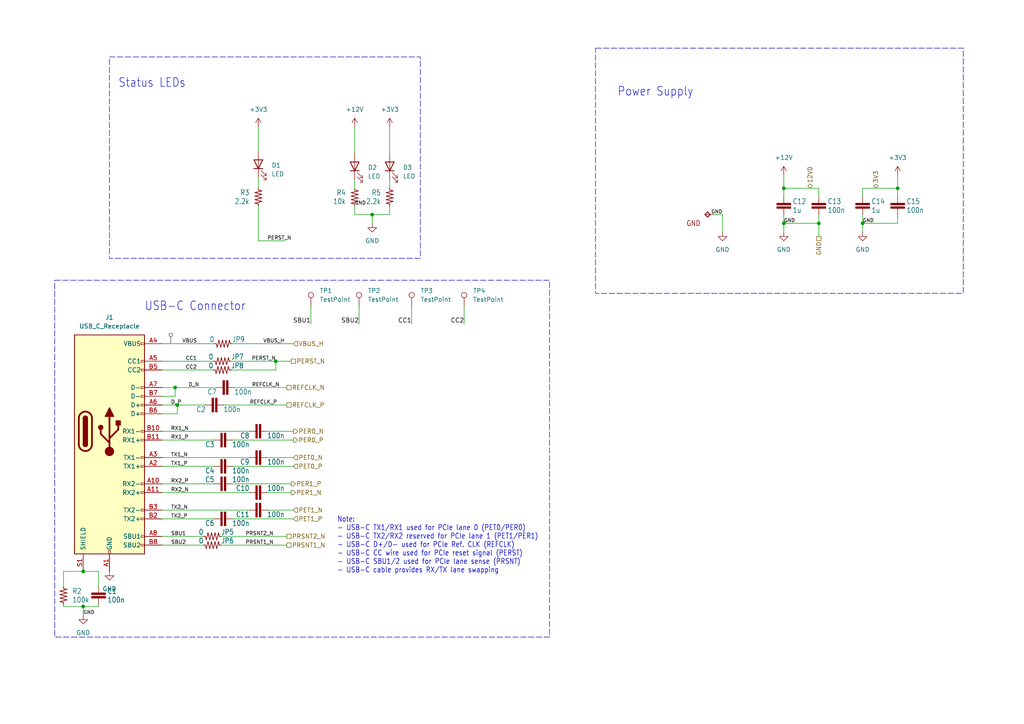
<source format=kicad_sch>
(kicad_sch (version 20230121) (generator eeschema)
  (paper "A4")
  (lib_symbols
    (symbol "Connector:TestPoint" (pin_numbers hide) (pin_names (offset 0.762) hide)
      (property "Reference" "TP" (at 0 6.858 0))
      (property "Value" "TestPoint" (at 0 5.08 0))
      (symbol "TestPoint_0_1"
        (circle (center 0 3.302) (radius 0.762))
      )
      (symbol "TestPoint_1_1"
        (pin passive line (at 0 0 90) (length 2.54) (name "1") (number "1"))
      )
    )
    (symbol "Connector:USB_C_Receptacle" (pin_names (offset 1.016))
      (property "Reference" "J" (at -10.16 29.21 0))
      (property "Value" "USB_C_Receptacle" (at 10.16 29.21 0))
      (symbol "USB_C_Receptacle_0_0"
        (rectangle (start -0.254 -35.56) (end 0.254 -34.544))
        (rectangle (start 10.16 -32.766) (end 9.144 -33.274))
        (rectangle (start 10.16 -30.226) (end 9.144 -30.734))
        (rectangle (start 10.16 -25.146) (end 9.144 -25.654))
        (rectangle (start 10.16 -22.606) (end 9.144 -23.114))
        (rectangle (start 10.16 -17.526) (end 9.144 -18.034))
        (rectangle (start 10.16 -14.986) (end 9.144 -15.494))
        (rectangle (start 10.16 -9.906) (end 9.144 -10.414))
        (rectangle (start 10.16 -7.366) (end 9.144 -7.874))
        (rectangle (start 10.16 -2.286) (end 9.144 -2.794))
        (rectangle (start 10.16 0.254) (end 9.144 -0.254))
        (rectangle (start 10.16 5.334) (end 9.144 4.826))
        (rectangle (start 10.16 7.874) (end 9.144 7.366))
        (rectangle (start 10.16 10.414) (end 9.144 9.906))
        (rectangle (start 10.16 12.954) (end 9.144 12.446))
        (rectangle (start 10.16 18.034) (end 9.144 17.526))
        (rectangle (start 10.16 20.574) (end 9.144 20.066))
        (rectangle (start 10.16 25.654) (end 9.144 25.146))
      )
      (symbol "USB_C_Receptacle_0_1"
        (rectangle (start -10.16 27.94) (end 10.16 -35.56) (stroke (width 0.254)) (fill (type background)))
        (arc (start -8.89 -3.81) (mid -6.985 -5.7067) (end -5.08 -3.81) (stroke (width 0.508)))
        (arc (start -7.62 -3.81) (mid -6.985 -4.4423) (end -6.35 -3.81) (stroke (width 0.254)))
        (arc (start -7.62 -3.81) (mid -6.985 -4.4423) (end -6.35 -3.81) (stroke (width 0.254)) (fill (type outline)))
        (rectangle (start -7.62 -3.81) (end -6.35 3.81) (stroke (width 0.254)) (fill (type outline)))
        (arc (start -6.35 3.81) (mid -6.985 4.4423) (end -7.62 3.81) (stroke (width 0.254)))
        (arc (start -6.35 3.81) (mid -6.985 4.4423) (end -7.62 3.81) (stroke (width 0.254)) (fill (type outline)))
        (arc (start -5.08 3.81) (mid -6.985 5.7067) (end -8.89 3.81) (stroke (width 0.508)))
        (polyline (pts (xy -8.89 -3.81) (xy -8.89 3.81)) (stroke (width 0.508)))
        (polyline (pts (xy -5.08 3.81) (xy -5.08 -3.81)) (stroke (width 0.508)))
      )
      (symbol "USB_C_Receptacle_1_1"
        (circle (center -2.54 1.143) (radius 0.635) (stroke (width 0.254)) (fill (type outline)))
        (circle (center 0 -5.842) (radius 1.27) (fill (type outline)))
        (polyline (pts (xy 0 -5.842) (xy 0 4.318)) (stroke (width 0.508)))
        (polyline (pts (xy 0 -3.302) (xy -2.54 -0.762) (xy -2.54 0.508)) (stroke (width 0.508)))
        (polyline (pts (xy 0 -2.032) (xy 2.54 0.508) (xy 2.54 1.778)) (stroke (width 0.508)))
        (polyline (pts (xy -1.27 4.318) (xy 0 6.858) (xy 1.27 4.318) (xy -1.27 4.318)) (stroke (width 0.254)) (fill (type outline)))
        (rectangle (start 1.905 1.778) (end 3.175 3.048) (stroke (width 0.254)) (fill (type outline)))
        (pin passive line (at 0 -40.64 90) (length 5.08) (name "GND") (number "A1"))
        (pin bidirectional line (at 15.24 -15.24 180) (length 5.08) (name "RX2-") (number "A10"))
        (pin bidirectional line (at 15.24 -17.78 180) (length 5.08) (name "RX2+") (number "A11"))
        (pin passive line (at 0 -40.64 90) (length 5.08) hide (name "GND") (number "A12"))
        (pin bidirectional line (at 15.24 -10.16 180) (length 5.08) (name "TX1+") (number "A2"))
        (pin bidirectional line (at 15.24 -7.62 180) (length 5.08) (name "TX1-") (number "A3"))
        (pin passive line (at 15.24 25.4 180) (length 5.08) (name "VBUS") (number "A4"))
        (pin bidirectional line (at 15.24 20.32 180) (length 5.08) (name "CC1") (number "A5"))
        (pin bidirectional line (at 15.24 7.62 180) (length 5.08) (name "D+") (number "A6"))
        (pin bidirectional line (at 15.24 12.7 180) (length 5.08) (name "D-") (number "A7"))
        (pin bidirectional line (at 15.24 -30.48 180) (length 5.08) (name "SBU1") (number "A8"))
        (pin passive line (at 15.24 25.4 180) (length 5.08) hide (name "VBUS") (number "A9"))
        (pin passive line (at 0 -40.64 90) (length 5.08) hide (name "GND") (number "B1"))
        (pin bidirectional line (at 15.24 0 180) (length 5.08) (name "RX1-") (number "B10"))
        (pin bidirectional line (at 15.24 -2.54 180) (length 5.08) (name "RX1+") (number "B11"))
        (pin passive line (at 0 -40.64 90) (length 5.08) hide (name "GND") (number "B12"))
        (pin bidirectional line (at 15.24 -25.4 180) (length 5.08) (name "TX2+") (number "B2"))
        (pin bidirectional line (at 15.24 -22.86 180) (length 5.08) (name "TX2-") (number "B3"))
        (pin passive line (at 15.24 25.4 180) (length 5.08) hide (name "VBUS") (number "B4"))
        (pin bidirectional line (at 15.24 17.78 180) (length 5.08) (name "CC2") (number "B5"))
        (pin bidirectional line (at 15.24 5.08 180) (length 5.08) (name "D+") (number "B6"))
        (pin bidirectional line (at 15.24 10.16 180) (length 5.08) (name "D-") (number "B7"))
        (pin bidirectional line (at 15.24 -33.02 180) (length 5.08) (name "SBU2") (number "B8"))
        (pin passive line (at 15.24 25.4 180) (length 5.08) hide (name "VBUS") (number "B9"))
        (pin passive line (at -7.62 -40.64 90) (length 5.08) (name "SHIELD") (number "S1"))
      )
    )
    (symbol "Device:LED" (pin_numbers hide) (pin_names (offset 1.016) hide)
      (property "Reference" "D" (at 0 2.54 0))
      (property "Value" "LED" (at 0 -2.54 0))
      (symbol "LED_0_1"
        (polyline (pts (xy -1.27 -1.27) (xy -1.27 1.27)) (stroke (width 0.254)))
        (polyline (pts (xy -1.27 0) (xy 1.27 0)))
        (polyline (pts (xy 1.27 -1.27) (xy 1.27 1.27) (xy -1.27 0) (xy 1.27 -1.27)) (stroke (width 0.254)))
        (polyline (pts (xy -3.048 -0.762) (xy -4.572 -2.286) (xy -3.81 -2.286) (xy -4.572 -2.286) (xy -4.572 -1.524)))
        (polyline (pts (xy -1.778 -0.762) (xy -3.302 -2.286) (xy -2.54 -2.286) (xy -3.302 -2.286) (xy -3.302 -1.524)))
      )
      (symbol "LED_1_1"
        (pin passive line (at -3.81 0 0) (length 2.54) (name "K") (number "1"))
        (pin passive line (at 3.81 0 180) (length 2.54) (name "A") (number "2"))
      )
    )
    (symbol "pcie2usbc-eagle-import:C-EUC0402"
      (property "Reference" "C" (at 2.54 1.27 0))
      (symbol "C-EUC0402_1_0"
        (rectangle (start -2.032 -0.762) (end 2.032 -0.254) (fill (type outline)))
        (rectangle (start -2.032 0.254) (end 2.032 0.762) (fill (type outline)))
        (polyline (pts (xy 0 -2.54) (xy 0 -0.762)) (stroke (width 0.1524)))
        (polyline (pts (xy 0 2.54) (xy 0 0.762)) (stroke (width 0.1524)))
        (pin passive line (at 0 2.54 270) (length 0) (name "1") (number "1"))
        (pin passive line (at 0 -2.54 90) (length 0) (name "2") (number "2"))
      )
    )
    (symbol "pcie2usbc-eagle-import:C-EUC0603K"
      (property "Reference" "C" (at 2.54 1.27 0))
      (symbol "C-EUC0603K_1_0"
        (rectangle (start -2.032 -0.762) (end 2.032 -0.254) (fill (type outline)))
        (rectangle (start -2.032 0.254) (end 2.032 0.762) (fill (type outline)))
        (polyline (pts (xy 0 -2.54) (xy 0 -0.762)) (stroke (width 0.1524)))
        (polyline (pts (xy 0 2.54) (xy 0 0.762)) (stroke (width 0.1524)))
        (pin passive line (at 0 2.54 270) (length 0) (name "1") (number "1"))
        (pin passive line (at 0 -2.54 90) (length 0) (name "2") (number "2"))
      )
    )
    (symbol "pcie2usbc-eagle-import:R-US_R0603"
      (property "Reference" "R" (at 2.54 1.27 0))
      (symbol "R-US_R0603_1_0"
        (polyline (pts (xy -1.016 -1.778) (xy 0 -2.032)) (stroke (width 0.2032)))
        (polyline (pts (xy -1.016 -0.762) (xy 1.016 -0.254)) (stroke (width 0.2032)))
        (polyline (pts (xy -1.016 0.254) (xy 1.016 0.762)) (stroke (width 0.2032)))
        (polyline (pts (xy -1.016 1.27) (xy 1.016 1.778)) (stroke (width 0.2032)))
        (polyline (pts (xy 0 -2.032) (xy 0 -2.54)) (stroke (width 0.2032)))
        (polyline (pts (xy 0 2.032) (xy 0 2.54)) (stroke (width 0.2032)))
        (polyline (pts (xy 1.016 -1.27) (xy -1.016 -1.778)) (stroke (width 0.2032)))
        (polyline (pts (xy 1.016 -1.27) (xy -1.016 -0.762)) (stroke (width 0.2032)))
        (polyline (pts (xy 1.016 -0.254) (xy -1.016 0.254)) (stroke (width 0.2032)))
        (polyline (pts (xy 1.016 0.762) (xy -1.016 1.27)) (stroke (width 0.2032)))
        (polyline (pts (xy 1.016 1.778) (xy 0 2.032)) (stroke (width 0.2032)))
        (pin passive line (at 0 -2.54 90) (length 0) (name "1") (number "1"))
        (pin passive line (at 0 2.54 270) (length 0) (name "2") (number "2"))
      )
    )
    (symbol "pcie2usbc-eagle-import:TPTP38X20"
      (property "Reference" "TP" (at -3.81 0 0))
      (symbol "TPTP38X20_1_0"
        (polyline (pts (xy -2.54 0) (xy -1.778 0.762)) (stroke (width 0.254)))
        (polyline (pts (xy -1.778 -0.762) (xy -2.54 0)) (stroke (width 0.254)))
        (polyline (pts (xy -1.778 0.762) (xy -1.016 0)) (stroke (width 0.254)))
        (polyline (pts (xy -1.016 0) (xy -1.778 -0.762)) (stroke (width 0.254)))
        (text "${TP_SIGNAL_NAME}" (at -3.81 -2.54 0) (effects (font (size 1.524 1.2954)) (justify right)))
        (pin bidirectional line (at 0 0 180) (length 2.54) (name "TP") (number "TP"))
      )
    )
    (symbol "power:+12V" (power) (pin_names (offset 0))
      (property "Value" "+12V" (at 0 3.556 0))
      (symbol "+12V_0_1"
        (polyline (pts (xy -0.762 1.27) (xy 0 2.54)))
        (polyline (pts (xy 0 0) (xy 0 2.54)))
        (polyline (pts (xy 0 2.54) (xy 0.762 1.27)))
      )
      (symbol "+12V_1_1"
        (pin power_in line (at 0 0 90) (length 0) hide (name "+12V") (number "1"))
      )
    )
    (symbol "power:+3V3" (power) (pin_names (offset 0))
      (property "Value" "+3V3" (at 0 3.556 0))
      (symbol "+3V3_0_1"
        (polyline (pts (xy -0.762 1.27) (xy 0 2.54)))
        (polyline (pts (xy 0 0) (xy 0 2.54)))
        (polyline (pts (xy 0 2.54) (xy 0.762 1.27)))
      )
      (symbol "+3V3_1_1"
        (pin power_in line (at 0 0 90) (length 0) hide (name "+3V3") (number "1"))
      )
    )
    (symbol "power:GND" (power) (pin_names (offset 0))
      (property "Value" "GND" (at 0 -3.81 0))
      (symbol "GND_0_1"
        (polyline (pts (xy 0 0) (xy 0 -1.27) (xy 1.27 -1.27) (xy 0 -2.54) (xy -1.27 -1.27) (xy 0 -1.27)))
      )
      (symbol "GND_1_1"
        (pin power_in line (at 0 0 270) (length 0) hide (name "GND") (number "1"))
      )
    )
  )
  (junction (at 51.435 117.475))
  (junction (at 24.13 175.895))
  (junction (at 80.01 104.775))
  (junction (at 24.13 165.735))
  (junction (at 237.49 64.77))
  (junction (at 227.33 64.77))
  (junction (at 250.19 64.77))
  (junction (at 50.8 112.395))
  (junction (at 107.95 62.23))
  (junction (at 260.35 54.61))
  (junction (at 227.33 54.61))
  (wire (pts (xy 24.13 175.895) (xy 18.415 175.895)) (stroke (width 0.1524)))
  (wire (pts (xy 113.03 52.07) (xy 113.03 54.61)) (stroke (width 0.1524)))
  (wire (pts (xy 260.35 54.61) (xy 260.35 57.15)) (stroke (width 0.1524)))
  (wire (pts (xy 102.87 62.23) (xy 107.95 62.23)) (stroke (width 0.1524)))
  (wire (pts (xy 51.435 117.475) (xy 59.69 117.475)) (stroke (width 0.1524)))
  (wire (pts (xy 28.575 165.735) (xy 24.13 165.735)) (stroke (width 0.1524)))
  (wire (pts (xy 227.33 54.61) (xy 237.49 54.61)) (stroke (width 0.1524)))
  (wire (pts (xy 64.77 117.475) (xy 83.185 117.475)) (stroke (width 0.1524)))
  (wire (pts (xy 77.47 132.715) (xy 85.09 132.715)) (stroke (width 0.1524)))
  (wire (pts (xy 67.0084 107.315) (xy 80.01 107.315)) (stroke (width 0.1524)))
  (wire (pts (xy 237.49 54.61) (xy 237.49 57.15)) (stroke (width 0.1524)))
  (wire (pts (xy 46.99 155.575) (xy 59.055 155.575)))
  (wire (pts (xy 46.99 112.395) (xy 50.8 112.395)) (stroke (width 0.1524)))
  (wire (pts (xy 51.435 120.015) (xy 51.435 117.475)))
  (wire (pts (xy 46.99 99.695) (xy 62.23 99.695)) (stroke (width 0.1524)))
  (wire (pts (xy 24.13 165.735) (xy 18.415 165.735)) (stroke (width 0.1524)))
  (wire (pts (xy 237.49 64.77) (xy 227.33 64.77)) (stroke (width 0.1524)))
  (wire (pts (xy 46.99 107.315) (xy 61.9284 107.315)) (stroke (width 0.1524)))
  (wire (pts (xy 227.33 64.77) (xy 227.33 67.31)) (stroke (width 0.1524)))
  (wire (pts (xy 46.99 127.635) (xy 62.23 127.635)) (stroke (width 0.1524)))
  (wire (pts (xy 46.99 104.775) (xy 61.9284 104.775)) (stroke (width 0.1524)))
  (wire (pts (xy 83.185 158.115) (xy 64.135 158.115)) (stroke (width 0.1524)))
  (wire (pts (xy 67.31 135.255) (xy 85.09 135.255)) (stroke (width 0.1524)))
  (wire (pts (xy 260.35 62.23) (xy 260.35 64.77)) (stroke (width 0.1524)))
  (wire (pts (xy 84.455 104.775) (xy 80.01 104.775)) (stroke (width 0.1524)))
  (wire (pts (xy 77.47 142.875) (xy 84.455 142.875)) (stroke (width 0.1524)))
  (wire (pts (xy 72.39 142.875) (xy 46.99 142.875)) (stroke (width 0.1524)))
  (wire (pts (xy 77.47 147.955) (xy 85.09 147.955)) (stroke (width 0.1524)))
  (wire (pts (xy 250.19 54.61) (xy 260.35 54.61)) (stroke (width 0.1524)))
  (wire (pts (xy 237.49 64.77) (xy 237.49 68.58)))
  (wire (pts (xy 80.01 104.775) (xy 67.0084 104.775)) (stroke (width 0.1524)))
  (wire (pts (xy 227.33 64.77) (xy 227.33 62.23)) (stroke (width 0.1524)))
  (wire (pts (xy 250.19 64.77) (xy 250.19 67.31)) (stroke (width 0.1524)))
  (wire (pts (xy 77.47 125.095) (xy 85.09 125.095)) (stroke (width 0.1524)))
  (wire (pts (xy 102.87 44.45) (xy 102.87 36.83)) (stroke (width 0.1524)))
  (wire (pts (xy 72.39 125.095) (xy 46.99 125.095)) (stroke (width 0.1524)))
  (wire (pts (xy 46.99 132.715) (xy 72.39 132.715)) (stroke (width 0.1524)))
  (wire (pts (xy 46.99 158.115) (xy 59.055 158.115)))
  (wire (pts (xy 28.575 175.895) (xy 28.575 175.26)) (stroke (width 0.1524)))
  (wire (pts (xy 237.49 62.23) (xy 237.49 64.77)) (stroke (width 0.1524)))
  (wire (pts (xy 50.8 112.395) (xy 62.865 112.395)) (stroke (width 0.1524)))
  (wire (pts (xy 24.13 175.895) (xy 28.575 175.895)) (stroke (width 0.1524)))
  (wire (pts (xy 74.93 69.85) (xy 74.93 59.69)) (stroke (width 0.1524)))
  (wire (pts (xy 46.99 135.255) (xy 62.23 135.255)) (stroke (width 0.1524)))
  (wire (pts (xy 90.17 88.9) (xy 90.17 93.98)))
  (wire (pts (xy 67.31 140.335) (xy 84.455 140.335)) (stroke (width 0.1524)))
  (wire (pts (xy 209.55 62.23) (xy 207.01 62.23)) (stroke (width 0.1524)))
  (wire (pts (xy 46.99 147.955) (xy 72.39 147.955)) (stroke (width 0.1524)))
  (wire (pts (xy 82.55 69.85) (xy 74.93 69.85)) (stroke (width 0.1524)))
  (wire (pts (xy 102.87 59.69) (xy 102.87 62.23)) (stroke (width 0.1524)))
  (wire (pts (xy 67.31 127.635) (xy 85.09 127.635)) (stroke (width 0.1524)))
  (wire (pts (xy 46.99 140.335) (xy 62.23 140.335)) (stroke (width 0.1524)))
  (wire (pts (xy 134.62 88.9) (xy 134.62 93.98)))
  (wire (pts (xy 104.14 88.9) (xy 104.14 93.98)))
  (wire (pts (xy 260.35 50.8) (xy 260.35 54.61)))
  (wire (pts (xy 46.99 114.935) (xy 50.8 114.935)))
  (wire (pts (xy 83.185 155.575) (xy 64.135 155.575)) (stroke (width 0.1524)))
  (wire (pts (xy 28.575 165.735) (xy 28.575 170.18)) (stroke (width 0.1524)))
  (wire (pts (xy 107.95 62.23) (xy 113.03 62.23)) (stroke (width 0.1524)))
  (wire (pts (xy 113.03 44.45) (xy 113.03 36.83)) (stroke (width 0.1524)))
  (wire (pts (xy 80.01 104.775) (xy 80.01 107.315)) (stroke (width 0.1524)))
  (wire (pts (xy 250.19 64.77) (xy 250.19 62.23)) (stroke (width 0.1524)))
  (wire (pts (xy 67.945 112.395) (xy 83.185 112.395)) (stroke (width 0.1524)))
  (wire (pts (xy 227.33 50.8) (xy 227.33 54.61)))
  (wire (pts (xy 46.99 117.475) (xy 51.435 117.475)) (stroke (width 0.1524)))
  (wire (pts (xy 119.38 88.9) (xy 119.38 93.98)))
  (wire (pts (xy 24.13 178.435) (xy 24.13 175.895)) (stroke (width 0.1524)))
  (wire (pts (xy 227.33 57.15) (xy 227.33 54.61)) (stroke (width 0.1524)))
  (wire (pts (xy 102.87 52.07) (xy 102.87 54.61)) (stroke (width 0.1524)))
  (wire (pts (xy 46.99 150.495) (xy 62.23 150.495)) (stroke (width 0.1524)))
  (wire (pts (xy 18.415 175.895) (xy 18.415 175.26)) (stroke (width 0.1524)))
  (wire (pts (xy 50.8 114.935) (xy 50.8 112.395)))
  (wire (pts (xy 260.35 64.77) (xy 250.19 64.77)) (stroke (width 0.1524)))
  (wire (pts (xy 67.31 99.695) (xy 85.09 99.695)) (stroke (width 0.1524)))
  (wire (pts (xy 46.99 120.015) (xy 51.435 120.015)))
  (wire (pts (xy 250.19 57.15) (xy 250.19 54.61)) (stroke (width 0.1524)))
  (wire (pts (xy 18.415 165.735) (xy 18.415 170.18)) (stroke (width 0.1524)))
  (wire (pts (xy 113.03 62.23) (xy 113.03 59.69)) (stroke (width 0.1524)))
  (wire (pts (xy 209.55 62.23) (xy 209.55 67.31)) (stroke (width 0.1524)))
  (wire (pts (xy 67.31 150.495) (xy 85.09 150.495)) (stroke (width 0.1524)))
  (wire (pts (xy 74.93 36.83) (xy 74.93 43.815)) (stroke (width 0.1524)))
  (wire (pts (xy 107.95 64.77) (xy 107.95 62.23)) (stroke (width 0.1524)))
  (wire (pts (xy 74.93 51.435) (xy 74.93 54.61)) (stroke (width 0.1524)))
  (rectangle (start 172.72 13.97) (end 279.4 85.09) (stroke (width 0) (type dash)))
  (rectangle (start 15.875 81.28) (end 159.385 184.785) (stroke (width 0) (type dash)))
  (rectangle (start 31.75 16.51) (end 121.92 74.93) (stroke (width 0) (type dash)))
  (text "USB-C Connector" (at 41.91 88.9 0) (effects (font (size 2.54 2.159)) (justify left)))
  (text "Note:\n- USB-C TX1/RX1 used for PCIe lane 0 (PET0/PER0)\n- USB-C TX2/RX2 reserved for PCIe lane 1 (PET1/PER1)\n- USB-C D+/D- used for PCIe Ref. CLK (REFCLK)\n- USB-C CC wire used for PCIe reset signal (PERST)\n- USB-C SBU1/2 used for PCIe lane sense (PRSNT)\n- USB-C cable provides RX/TX lane swapping" (at 97.79 149.86 0) (effects (font (size 1.524 1.2954)) (justify left top)))
  (text "Status LEDs" (at 34.29 24.13 0) (effects (font (size 2.54 2.159)) (justify left)))
  (text "Power Supply" (at 179.07 26.67 0) (effects (font (size 2.54 2.159)) (justify left)))
  (label "SBU1" (at 53.975 155.575 180) (effects (font (size 1.0668 1.0668))))
  (label "CC2" (at 134.62 93.98 180))
  (label "CC1" (at 57.15 104.775 180) (effects (font (size 1.0668 1.0668))))
  (label "SBU2" (at 53.975 158.115 180) (effects (font (size 1.0668 1.0668))))
  (label "RX1_P" (at 49.53 127.635 0) (effects (font (size 1.0668 1.0668))))
  (label "SBU2" (at 104.14 93.98 180))
  (label "GND" (at 250.19 64.77 0) (effects (font (size 1.016 1.016))))
  (label "CC2" (at 57.15 107.315 180) (effects (font (size 1.0668 1.0668))))
  (label "RX1_N" (at 49.53 125.095 0) (effects (font (size 1.0668 1.0668))))
  (label "TX2_P" (at 49.53 150.495 0) (effects (font (size 1.0668 1.0668))))
  (label "D_P" (at 49.53 117.475 0) (effects (font (size 1.0668 1.0668))))
  (label "VBUS" (at 57.15 99.695 180) (effects (font (size 1.0668 1.0668))))
  (label "REFCLK_N" (at 73.025 112.395 0) (effects (font (size 1.0668 1.0668))))
  (label "PRSNT1_N" (at 79.375 158.115 180) (effects (font (size 1.0668 1.0668))))
  (label "GND" (at 227.33 64.77 0) (effects (font (size 1.016 1.016))))
  (label "PERST_N" (at 80.01 104.775 180) (effects (font (size 1.0668 1.0668))))
  (label "TX1_P" (at 49.53 135.255 0) (effects (font (size 1.0668 1.0668))))
  (label "D_N" (at 54.61 112.395 0) (effects (font (size 1.0668 1.0668))))
  (label "GND" (at 102.87 59.69 0) (effects (font (size 1.016 1.016))))
  (label "VBUS_H" (at 82.55 99.695 180) (effects (font (size 1.0668 1.0668))))
  (label "RX2_P" (at 49.53 140.335 0) (effects (font (size 1.0668 1.0668))))
  (label "PRSNT2_N" (at 79.375 155.575 180) (effects (font (size 1.0668 1.0668))))
  (label "REFCLK_P" (at 72.39 117.475 0) (effects (font (size 1.0668 1.0668))))
  (label "TX2_N" (at 49.53 147.955 0) (effects (font (size 1.0668 1.0668))))
  (label "RX2_N" (at 49.53 142.875 0) (effects (font (size 1.0668 1.0668))))
  (label "CC1" (at 119.38 93.98 180))
  (label "TX1_N" (at 49.53 132.715 0) (effects (font (size 1.0668 1.0668))))
  (label "SBU1" (at 90.17 93.98 180))
  (label "PERST_N" (at 77.47 69.85 0) (effects (font (size 1.0668 1.0668))))
  (label "GND" (at 24.13 178.435 0) (effects (font (size 1.016 1.016))))
  (label "GND" (at 209.55 62.23 180) (effects (font (size 1.016 1.016))))
  (hierarchical_label "PET0_P" (shape input) (at 85.09 135.255 0))
  (hierarchical_label "PRSNT2_N" (shape passive) (at 83.185 155.575 0))
  (hierarchical_label "REFCLK_N" (shape passive) (at 83.185 112.395 0))
  (hierarchical_label "REFCLK_P" (shape passive) (at 83.185 117.475 0))
  (hierarchical_label "PER0_P" (shape output) (at 85.09 127.635 0))
  (hierarchical_label "PET1_N" (shape input) (at 85.09 147.955 0))
  (hierarchical_label "PET0_N" (shape input) (at 85.09 132.715 0))
  (hierarchical_label "VBUS_H" (shape input) (at 85.09 99.695 0))
  (hierarchical_label "PRSNT1_N" (shape passive) (at 83.185 158.115 0))
  (hierarchical_label "PER1_N" (shape output) (at 84.455 142.875 0))
  (hierarchical_label "PER1_P" (shape output) (at 84.455 140.335 0))
  (hierarchical_label "GND" (shape passive) (at 237.49 68.58 270))
  (hierarchical_label "PERST_N" (shape passive) (at 84.455 104.775 0))
  (hierarchical_label "3V3" (shape bidirectional) (at 254 54.61 90))
  (hierarchical_label "PER0_N" (shape output) (at 85.09 125.095 0))
  (hierarchical_label "12V0" (shape bidirectional) (at 234.95 54.61 90))
  (hierarchical_label "PET1_P" (shape input) (at 85.09 150.495 0))
  (netclass_flag "" (length 2.54) (shape round) (at 49.53 99.695 0))
  (symbol (lib_id "Connector:TestPoint") (at 104.14 88.9 0) (unit 1)
    (property "Reference" "TP2" (at 106.68 84.328 0) (effects (justify left)))
    (property "Value" "TestPoint" (at 106.68 86.868 0) (effects (justify left)))
    (property "Footprint" "TestPoint:TestPoint_Pad_1.0x1.0mm" (effects hide))
    (instances (project "m-pcie2usbc" (path "" (reference "TP2") (unit 1)) (path "" (reference "TP7") (unit 1))) (project "pcie2usbc" (path "" (reference "TP16") (unit 1)) (path "" (reference "TP11") (unit 1))))
  )
  (symbol (lib_id "pcie2usbc-eagle-import:C-EUC0402") (at 74.93 125.095 90) (mirror x) (unit 1)
    (property "Reference" "C8" (at 72.39 126.365 90) (effects (font (size 1.524 1.2954)) (justify left)))
    (property "Value" "100n" (at 77.47 126.365 90) (effects (font (size 1.524 1.2954)) (justify right)))
    (property "Footprint" "Capacitor_SMD:C_0402_1005Metric_Pad0.74x0.62mm_HandSolder" (effects hide))
    (instances (project "m-pcie2usbc" (path "" (reference "C8") (unit 1)) (path "" (reference "C23") (unit 1))) (project "pcie2usbc" (path "" (reference "C2") (unit 1)) (path "" (reference "C7") (unit 1)) (path "" (reference "C22") (unit 1))))
  )
  (symbol (lib_id "pcie2usbc-eagle-import:R-US_R0603") (at 64.4684 107.315 270) (mirror x) (unit 1)
    (property "Reference" "JP8" (at 67.0084 106.045 90) (effects (font (size 1.524 1.2954)) (justify left)))
    (property "Value" "0" (at 61.9284 106.045 90) (effects (font (size 1.524 1.2954)) (justify right)))
    (property "Footprint" "Resistor_SMD:R_0402_1005Metric_Pad0.72x0.64mm_HandSolder" (effects hide))
    (instances (project "m-pcie2usbc" (path "" (reference "JP8") (unit 1)) (path "" (reference "JP13") (unit 1))) (project "pcie2usbc" (path "" (reference "R4") (unit 1)) (path "" (reference "R10") (unit 1)) (path "" (reference "R19") (unit 1))))
  )
  (symbol (lib_id "Device:LED") (at 74.93 47.625 90) (unit 1)
    (property "Reference" "D1" (at 78.74 47.9425 90) (effects (justify right)))
    (property "Value" "LED" (at 78.74 50.4825 90) (effects (justify right)))
    (property "Footprint" "LED_SMD:LED_0805_2012Metric_Pad1.15x1.40mm_HandSolder" (effects hide))
    (instances (project "m-pcie2usbc" (path "" (reference "D1") (unit 1)) (path "" (reference "D4") (unit 1))))
  )
  (symbol (lib_id "Connector:TestPoint") (at 90.17 88.9 0) (unit 1)
    (property "Reference" "TP1" (at 92.71 84.328 0) (effects (justify left)))
    (property "Value" "TestPoint" (at 92.71 86.868 0) (effects (justify left)))
    (property "Footprint" "TestPoint:TestPoint_Pad_1.0x1.0mm" (effects hide))
    (instances (project "m-pcie2usbc" (path "" (reference "TP1") (unit 1)) (path "" (reference "TP6") (unit 1))) (project "pcie2usbc" (path "" (reference "TP15") (unit 1)) (path "" (reference "TP10") (unit 1))))
  )
  (symbol (lib_id "power:+12V") (at 102.87 36.83 0) (unit 1)
    (property "Reference" "#PWR014" (effects hide))
    (property "Value" "+12V" (at 102.87 31.75 0))
    (instances (project "m-pcie2usbc" (path "" (reference "#PWR014") (unit 1)) (path "" (reference "#PWR025") (unit 1))) (project "pcie2usbc" (path "" (reference "#PWR012") (unit 1)) (path "" (reference "#PWR023") (unit 1))))
  )
  (symbol (lib_id "pcie2usbc-eagle-import:C-EUC0402") (at 74.93 147.955 90) (mirror x) (unit 1)
    (property "Reference" "C11" (at 72.39 149.225 90) (effects (font (size 1.524 1.2954)) (justify left)))
    (property "Value" "100n" (at 77.47 149.225 90) (effects (font (size 1.524 1.2954)) (justify right)))
    (property "Footprint" "Capacitor_SMD:C_0402_1005Metric_Pad0.74x0.62mm_HandSolder" (effects hide))
    (instances (project "m-pcie2usbc" (path "" (reference "C11") (unit 1)) (path "" (reference "C26") (unit 1))) (project "pcie2usbc" (path "" (reference "C8") (unit 1)) (path "" (reference "C10") (unit 1)) (path "" (reference "C25") (unit 1))))
  )
  (symbol (lib_id "Device:LED") (at 113.03 48.26 90) (unit 1)
    (property "Reference" "D3" (at 116.84 48.5775 90) (effects (justify right)))
    (property "Value" "LED" (at 116.84 51.1175 90) (effects (justify right)))
    (property "Footprint" "LED_SMD:LED_0805_2012Metric_Pad1.15x1.40mm_HandSolder" (effects hide))
    (instances (project "m-pcie2usbc" (path "" (reference "D3") (unit 1)) (path "" (reference "D6") (unit 1))))
  )
  (symbol (lib_id "pcie2usbc-eagle-import:C-EUC0402") (at 65.405 112.395 90) (mirror x) (unit 1)
    (property "Reference" "C7" (at 62.865 113.665 90) (effects (font (size 1.524 1.2954)) (justify left)))
    (property "Value" "100n" (at 67.945 113.665 90) (effects (font (size 1.524 1.2954)) (justify right)))
    (property "Footprint" "Capacitor_SMD:C_0402_1005Metric_Pad0.74x0.62mm_HandSolder" (effects hide))
    (instances (project "m-pcie2usbc" (path "" (reference "C7") (unit 1)) (path "" (reference "C22") (unit 1))) (project "pcie2usbc" (path "" (reference "C17") (unit 1)) (path "" (reference "C11") (unit 1)) (path "" (reference "C26") (unit 1))))
  )
  (symbol (lib_id "pcie2usbc-eagle-import:C-EUC0402") (at 74.93 142.875 90) (unit 1)
    (property "Reference" "C10" (at 72.39 141.605 90) (effects (font (size 1.524 1.2954)) (justify left)))
    (property "Value" "100n" (at 77.47 141.605 90) (effects (font (size 1.524 1.2954)) (justify right)))
    (property "Footprint" "Capacitor_SMD:C_0402_1005Metric_Pad0.74x0.62mm_HandSolder" (effects hide))
    (instances (project "m-pcie2usbc" (path "" (reference "C10") (unit 1)) (path "" (reference "C25") (unit 1))) (project "pcie2usbc" (path "" (reference "C4") (unit 1)) (path "" (reference "C8") (unit 1)) (path "" (reference "C23") (unit 1))))
  )
  (symbol (lib_id "pcie2usbc-eagle-import:C-EUC0402") (at 64.77 150.495 90) (mirror x) (unit 1)
    (property "Reference" "C6" (at 62.23 151.765 90) (effects (font (size 1.524 1.2954)) (justify left)))
    (property "Value" "100n" (at 67.31 151.765 90) (effects (font (size 1.524 1.2954)) (justify right)))
    (property "Footprint" "Capacitor_SMD:C_0402_1005Metric_Pad0.74x0.62mm_HandSolder" (effects hide))
    (instances (project "m-pcie2usbc" (path "" (reference "C6") (unit 1)) (path "" (reference "C21") (unit 1))) (project "pcie2usbc" (path "" (reference "C7") (unit 1)) (path "" (reference "C5") (unit 1)) (path "" (reference "C20") (unit 1))))
  )
  (symbol (lib_id "pcie2usbc-eagle-import:R-US_R0603") (at 64.4684 104.775 90) (mirror x) (unit 1)
    (property "Reference" "JP7" (at 67.0084 103.505 90) (effects (font (size 1.524 1.2954)) (justify right)))
    (property "Value" "0" (at 61.9284 103.505 90) (effects (font (size 1.524 1.2954)) (justify left)))
    (property "Footprint" "Resistor_SMD:R_0402_1005Metric_Pad0.72x0.64mm_HandSolder" (effects hide))
    (instances (project "m-pcie2usbc" (path "" (reference "JP7") (unit 1)) (path "" (reference "JP12") (unit 1))) (project "pcie2usbc" (path "" (reference "R3") (unit 1)) (path "" (reference "R9") (unit 1)) (path "" (reference "R18") (unit 1))))
  )
  (symbol (lib_id "power:+3V3") (at 260.35 50.8 0) (unit 1)
    (property "Reference" "#PWR021" (effects hide))
    (property "Value" "+3V3" (at 260.35 45.72 0))
    (instances (project "m-pcie2usbc" (path "" (reference "#PWR021") (unit 1)) (path "" (reference "#PWR032") (unit 1))) (project "pcie2usbc" (path "" (reference "#PWR020") (unit 1)) (path "" (reference "#PWR031") (unit 1))))
  )
  (symbol (lib_id "power:GND") (at 107.95 64.77 0) (unit 1)
    (property "Reference" "#PWR015" (effects hide))
    (property "Value" "GND" (at 107.95 69.85 0))
    (instances (project "m-pcie2usbc" (path "" (reference "#PWR015") (unit 1)) (path "" (reference "#PWR026") (unit 1))) (project "pcie2usbc" (path "" (reference "#PWR06") (unit 1)) (path "" (reference "#PWR013") (unit 1)) (path "" (reference "#PWR024") (unit 1))))
  )
  (symbol (lib_id "pcie2usbc-eagle-import:C-EUC0402") (at 64.77 135.255 90) (mirror x) (unit 1)
    (property "Reference" "C4" (at 62.23 136.525 90) (effects (font (size 1.524 1.2954)) (justify left)))
    (property "Value" "100n" (at 67.31 136.525 90) (effects (font (size 1.524 1.2954)) (justify right)))
    (property "Footprint" "Capacitor_SMD:C_0402_1005Metric_Pad0.74x0.62mm_HandSolder" (effects hide))
    (instances (project "m-pcie2usbc" (path "" (reference "C4") (unit 1)) (path "" (reference "C19") (unit 1))) (project "pcie2usbc" (path "" (reference "C5") (unit 1)) (path "" (reference "C4") (unit 1)) (path "" (reference "C19") (unit 1))))
  )
  (symbol (lib_id "pcie2usbc-eagle-import:R-US_R0603") (at 61.595 155.575 90) (mirror x) (unit 1)
    (property "Reference" "JP5" (at 64.135 154.305 90) (effects (font (size 1.524 1.2954)) (justify right)))
    (property "Value" "0" (at 59.055 154.305 90) (effects (font (size 1.524 1.2954)) (justify left)))
    (property "Footprint" "Resistor_SMD:R_0402_1005Metric_Pad0.72x0.64mm_HandSolder" (effects hide))
    (instances (project "m-pcie2usbc" (path "" (reference "JP5") (unit 1)) (path "" (reference "JP10") (unit 1))) (project "pcie2usbc" (path "" (reference "R5") (unit 1)) (path "" (reference "R7") (unit 1)) (path "" (reference "R16") (unit 1))))
  )
  (symbol (lib_id "power:+3V3") (at 113.03 36.83 0) (unit 1)
    (property "Reference" "#PWR016" (effects hide))
    (property "Value" "+3V3" (at 113.03 31.75 0))
    (instances (project "m-pcie2usbc" (path "" (reference "#PWR016") (unit 1)) (path "" (reference "#PWR027") (unit 1))) (project "pcie2usbc" (path "" (reference "#PWR014") (unit 1)) (path "" (reference "#PWR025") (unit 1))))
  )
  (symbol (lib_id "power:GND") (at 24.13 178.435 0) (unit 1)
    (property "Reference" "#PWR011" (effects hide))
    (property "Value" "GND" (at 24.13 183.515 0))
    (instances (project "m-pcie2usbc" (path "" (reference "#PWR011") (unit 1)) (path "" (reference "#PWR022") (unit 1))) (project "pcie2usbc" (path "" (reference "#PWR015") (unit 1)) (path "" (reference "#PWR026") (unit 1))))
  )
  (symbol (lib_id "pcie2usbc-eagle-import:R-US_R0603") (at 113.03 57.15 0) (unit 1)
    (property "Reference" "R5" (at 110.49 55.88 0) (effects (font (size 1.524 1.2954)) (justify right)))
    (property "Value" "2.2k" (at 110.49 58.42 0) (effects (font (size 1.524 1.2954)) (justify right)))
    (property "Footprint" "Resistor_SMD:R_0402_1005Metric_Pad0.72x0.64mm_HandSolder" (effects hide))
    (instances (project "m-pcie2usbc" (path "" (reference "R5") (unit 1)) (path "" (reference "R9") (unit 1))) (project "pcie2usbc" (path "" (reference "R7") (unit 1)) (path "" (reference "R5") (unit 1)) (path "" (reference "R14") (unit 1))))
  )
  (symbol (lib_id "pcie2usbc-eagle-import:C-EUC0402") (at 74.93 132.715 90) (mirror x) (unit 1)
    (property "Reference" "C9" (at 72.39 133.985 90) (effects (font (size 1.524 1.2954)) (justify left)))
    (property "Value" "100n" (at 77.47 133.985 90) (effects (font (size 1.524 1.2954)) (justify right)))
    (property "Footprint" "Capacitor_SMD:C_0402_1005Metric_Pad0.74x0.62mm_HandSolder" (effects hide))
    (instances (project "m-pcie2usbc" (path "" (reference "C9") (unit 1)) (path "" (reference "C24") (unit 1))) (project "pcie2usbc" (path "" (reference "C6") (unit 1)) (path "" (reference "C9") (unit 1)) (path "" (reference "C24") (unit 1))))
  )
  (symbol (lib_id "Device:LED") (at 102.87 48.26 90) (unit 1)
    (property "Reference" "D2" (at 106.68 48.5775 90) (effects (justify right)))
    (property "Value" "LED" (at 106.68 51.1175 90) (effects (justify right)))
    (property "Footprint" "LED_SMD:LED_0805_2012Metric_Pad1.15x1.40mm_HandSolder" (effects hide))
    (instances (project "m-pcie2usbc" (path "" (reference "D2") (unit 1)) (path "" (reference "D5") (unit 1))))
  )
  (symbol (lib_id "pcie2usbc-eagle-import:R-US_R0603") (at 64.77 99.695 90) (mirror x) (unit 1)
    (property "Reference" "JP9" (at 67.31 98.425 90) (effects (font (size 1.524 1.2954)) (justify right)))
    (property "Value" "0" (at 62.23 98.425 90) (effects (font (size 1.524 1.2954)) (justify left)))
    (property "Footprint" "Resistor_SMD:R_0402_1005Metric_Pad0.72x0.64mm_HandSolder" (effects hide))
    (instances (project "m-pcie2usbc" (path "" (reference "JP9") (unit 1)) (path "" (reference "JP14") (unit 1))) (project "pcie2usbc" (path "" (reference "R10") (unit 1)) (path "" (reference "R6") (unit 1)) (path "" (reference "R15") (unit 1))))
  )
  (symbol (lib_id "pcie2usbc-eagle-import:C-EUC0603K") (at 237.49 59.69 0) (unit 1)
    (property "Reference" "C13" (at 240.03 58.42 0) (effects (font (size 1.524 1.2954)) (justify left)))
    (property "Value" "100n" (at 240.03 60.96 0) (effects (font (size 1.524 1.2954)) (justify left)))
    (property "Footprint" "Capacitor_SMD:C_0603_1608Metric_Pad1.08x0.95mm_HandSolder" (effects hide))
    (property "DESCRIPTION" "CAP CER 0.1UF 25V X7R 0603" (effects hide))
    (property "MFG" "Yageo" (effects hide))
    (property "MPN" "CC0603KRX7R8BB104" (effects hide))
    (property "PN-DK" "311-1341-1-ND" (effects hide))
    (instances (project "m-pcie2usbc" (path "" (reference "C13") (unit 1)) (path "" (reference "C28") (unit 1))) (project "pcie2usbc" (path "" (reference "C11") (unit 1)) (path "" (reference "C13") (unit 1)) (path "" (reference "C28") (unit 1))))
  )
  (symbol (lib_id "power:GND") (at 31.75 165.735 0) (unit 1)
    (property "Reference" "#PWR012" (effects hide))
    (property "Value" "GND" (at 31.75 170.815 0))
    (instances (project "m-pcie2usbc" (path "" (reference "#PWR012") (unit 1)) (path "" (reference "#PWR023") (unit 1))) (project "pcie2usbc" (path "" (reference "#PWR011") (unit 1)) (path "" (reference "#PWR022") (unit 1))))
  )
  (symbol (lib_id "pcie2usbc-eagle-import:C-EUC0603K") (at 250.19 59.69 0) (unit 1)
    (property "Reference" "C14" (at 252.73 58.42 0) (effects (font (size 1.524 1.2954)) (justify left)))
    (property "Value" "1u" (at 252.73 60.96 0) (effects (font (size 1.524 1.2954)) (justify left)))
    (property "Footprint" "Capacitor_SMD:C_0603_1608Metric_Pad1.08x0.95mm_HandSolder" (effects hide))
    (property "DESCRIPTION" "CAP CER 0.1UF 25V X7R 0603" (effects hide))
    (property "MFG" "Yageo" (effects hide))
    (property "MPN" "CC0603KRX7R8BB104" (effects hide))
    (property "PN-DK" "311-1341-1-ND" (effects hide))
    (instances (project "m-pcie2usbc" (path "" (reference "C14") (unit 1)) (path "" (reference "C29") (unit 1))) (project "pcie2usbc" (path "" (reference "C12") (unit 1)) (path "" (reference "C14") (unit 1)) (path "" (reference "C29") (unit 1))))
  )
  (symbol (lib_id "pcie2usbc-eagle-import:TPTP38X20") (at 207.01 62.23 0) (unit 1)
    (property "Reference" "TP5" (effects hide))
    (property "Value" "TPTP38X20" (effects hide))
    (property "Footprint" "TestPoint:TestPoint_Pad_D1.5mm" (effects hide))
    (property "TP_SIGNAL_NAME" "GND" (effects hide))
    (instances (project "m-pcie2usbc" (path "" (reference "TP5") (unit 1)) (path "" (reference "TP10") (unit 1))) (project "pcie2usbc" (path "" (reference "TP13") (unit 1)) (path "" (reference "TP14") (unit 1)) (path "" (reference "TP19") (unit 1))))
  )
  (symbol (lib_id "power:GND") (at 209.55 67.31 0) (unit 1)
    (property "Reference" "#PWR017" (effects hide))
    (property "Value" "GND" (at 209.55 72.39 0))
    (instances (project "m-pcie2usbc" (path "" (reference "#PWR017") (unit 1)) (path "" (reference "#PWR028") (unit 1))) (project "pcie2usbc" (path "" (reference "#PWR03") (unit 1)) (path "" (reference "#PWR016") (unit 1)) (path "" (reference "#PWR027") (unit 1))))
  )
  (symbol (lib_id "pcie2usbc-eagle-import:C-EUC0603K") (at 260.35 59.69 0) (unit 1)
    (property "Reference" "C15" (at 262.89 58.42 0) (effects (font (size 1.524 1.2954)) (justify left)))
    (property "Value" "100n" (at 262.89 60.96 0) (effects (font (size 1.524 1.2954)) (justify left)))
    (property "Footprint" "Capacitor_SMD:C_0603_1608Metric_Pad1.08x0.95mm_HandSolder" (effects hide))
    (property "DESCRIPTION" "CAP CER 0.1UF 25V X7R 0603" (effects hide))
    (property "MFG" "Yageo" (effects hide))
    (property "MPN" "CC0603KRX7R8BB104" (effects hide))
    (property "PN-DK" "311-1341-1-ND" (effects hide))
    (instances (project "m-pcie2usbc" (path "" (reference "C15") (unit 1)) (path "" (reference "C30") (unit 1))) (project "pcie2usbc" (path "" (reference "C13") (unit 1)) (path "" (reference "C15") (unit 1)) (path "" (reference "C30") (unit 1))))
  )
  (symbol (lib_id "pcie2usbc-eagle-import:C-EUC0402") (at 62.23 117.475 90) (mirror x) (unit 1)
    (property "Reference" "C2" (at 59.69 118.745 90) (effects (font (size 1.524 1.2954)) (justify left)))
    (property "Value" "100n" (at 64.77 118.745 90) (effects (font (size 1.524 1.2954)) (justify right)))
    (property "Footprint" "Capacitor_SMD:C_0402_1005Metric_Pad0.74x0.62mm_HandSolder" (effects hide))
    (instances (project "m-pcie2usbc" (path "" (reference "C2") (unit 1)) (path "" (reference "C17") (unit 1))) (project "pcie2usbc" (path "" (reference "C16") (unit 1)) (path "" (reference "C6") (unit 1)) (path "" (reference "C21") (unit 1))))
  )
  (symbol (lib_id "power:GND") (at 250.19 67.31 0) (unit 1)
    (property "Reference" "#PWR020" (effects hide))
    (property "Value" "GND" (at 250.19 72.39 0))
    (instances (project "m-pcie2usbc" (path "" (reference "#PWR020") (unit 1)) (path "" (reference "#PWR031") (unit 1))) (project "pcie2usbc" (path "" (reference "#PWR05") (unit 1)) (path "" (reference "#PWR019") (unit 1)) (path "" (reference "#PWR030") (unit 1))))
  )
  (symbol (lib_id "pcie2usbc-eagle-import:C-EUC0402") (at 64.77 127.635 90) (mirror x) (unit 1)
    (property "Reference" "C3" (at 62.23 128.905 90) (effects (font (size 1.524 1.2954)) (justify left)))
    (property "Value" "100n" (at 67.31 128.905 90) (effects (font (size 1.524 1.2954)) (justify right)))
    (property "Footprint" "Capacitor_SMD:C_0402_1005Metric_Pad0.74x0.62mm_HandSolder" (effects hide))
    (instances (project "m-pcie2usbc" (path "" (reference "C3") (unit 1)) (path "" (reference "C18") (unit 1))) (project "pcie2usbc" (path "" (reference "C1") (unit 1)) (path "" (reference "C2") (unit 1)) (path "" (reference "C17") (unit 1))))
  )
  (symbol (lib_id "power:+3V3") (at 74.93 36.83 0) (unit 1)
    (property "Reference" "#PWR013" (effects hide))
    (property "Value" "+3V3" (at 74.93 31.75 0))
    (instances (project "m-pcie2usbc" (path "" (reference "#PWR013") (unit 1)) (path "" (reference "#PWR024") (unit 1))) (project "pcie2usbc" (path "" (reference "#PWR010") (unit 1)) (path "" (reference "#PWR021") (unit 1))))
  )
  (symbol (lib_id "pcie2usbc-eagle-import:R-US_R0603") (at 102.87 57.15 0) (unit 1)
    (property "Reference" "R4" (at 100.33 55.88 0) (effects (font (size 1.524 1.2954)) (justify right)))
    (property "Value" "10k" (at 100.33 58.42 0) (effects (font (size 1.524 1.2954)) (justify right)))
    (property "Footprint" "Resistor_SMD:R_0402_1005Metric_Pad0.72x0.64mm_HandSolder" (effects hide))
    (instances (project "m-pcie2usbc" (path "" (reference "R4") (unit 1)) (path "" (reference "R8") (unit 1))) (project "pcie2usbc" (path "" (reference "R8") (unit 1)) (path "" (reference "R4") (unit 1)) (path "" (reference "R13") (unit 1))))
  )
  (symbol (lib_id "Connector:TestPoint") (at 134.62 88.9 0) (unit 1)
    (property "Reference" "TP4" (at 137.16 84.328 0) (effects (justify left)))
    (property "Value" "TestPoint" (at 137.16 86.868 0) (effects (justify left)))
    (property "Footprint" "TestPoint:TestPoint_Pad_1.0x1.0mm" (effects hide))
    (instances (project "m-pcie2usbc" (path "" (reference "TP4") (unit 1)) (path "" (reference "TP9") (unit 1))) (project "pcie2usbc" (path "" (reference "TP18") (unit 1)) (path "" (reference "TP13") (unit 1))))
  )
  (symbol (lib_id "power:+12V") (at 227.33 50.8 0) (unit 1)
    (property "Reference" "#PWR018" (effects hide))
    (property "Value" "+12V" (at 227.33 45.72 0))
    (instances (project "m-pcie2usbc" (path "" (reference "#PWR018") (unit 1)) (path "" (reference "#PWR029") (unit 1))) (project "pcie2usbc" (path "" (reference "#PWR017") (unit 1)) (path "" (reference "#PWR028") (unit 1))))
  )
  (symbol (lib_id "pcie2usbc-eagle-import:C-EUC0402") (at 64.77 140.335 90) (unit 1)
    (property "Reference" "C5" (at 62.23 139.065 90) (effects (font (size 1.524 1.2954)) (justify left)))
    (property "Value" "100n" (at 67.31 139.065 90) (effects (font (size 1.524 1.2954)) (justify right)))
    (property "Footprint" "Capacitor_SMD:C_0402_1005Metric_Pad0.74x0.62mm_HandSolder" (effects hide))
    (instances (project "m-pcie2usbc" (path "" (reference "C5") (unit 1)) (path "" (reference "C20") (unit 1))) (project "pcie2usbc" (path "" (reference "C3") (unit 1)) (path "" (reference "C3") (unit 1)) (path "" (reference "C18") (unit 1))))
  )
  (symbol (lib_id "Connector:TestPoint") (at 119.38 88.9 0) (unit 1)
    (property "Reference" "TP3" (at 121.92 84.328 0) (effects (justify left)))
    (property "Value" "TestPoint" (at 121.92 86.868 0) (effects (justify left)))
    (property "Footprint" "TestPoint:TestPoint_Pad_1.0x1.0mm" (effects hide))
    (instances (project "m-pcie2usbc" (path "" (reference "TP3") (unit 1)) (path "" (reference "TP8") (unit 1))) (project "pcie2usbc" (path "" (reference "TP17") (unit 1)) (path "" (reference "TP12") (unit 1))))
  )
  (symbol (lib_id "pcie2usbc-eagle-import:C-EUC0603K") (at 227.33 59.69 0) (unit 1)
    (property "Reference" "C12" (at 229.87 58.42 0) (effects (font (size 1.524 1.2954)) (justify left)))
    (property "Value" "1u" (at 229.87 60.96 0) (effects (font (size 1.524 1.2954)) (justify left)))
    (property "Footprint" "Capacitor_SMD:C_0603_1608Metric_Pad1.08x0.95mm_HandSolder" (effects hide))
    (property "DESCRIPTION" "CAP CER 0.1UF 25V X7R 0603" (effects hide))
    (property "MFG" "Yageo" (effects hide))
    (property "MPN" "CC0603KRX7R8BB104" (effects hide))
    (property "PN-DK" "311-1341-1-ND" (effects hide))
    (instances (project "m-pcie2usbc" (path "" (reference "C12") (unit 1)) (path "" (reference "C27") (unit 1))) (project "pcie2usbc" (path "" (reference "C10") (unit 1)) (path "" (reference "C12") (unit 1)) (path "" (reference "C27") (unit 1))))
  )
  (symbol (lib_id "Connector:USB_C_Receptacle") (at 31.75 125.095 0) (unit 1)
    (property "Reference" "J1" (at 31.75 92.075 0))
    (property "Value" "USB_C_Receptacle" (at 31.75 94.615 0))
    (property "Footprint" "Connector_USB:USB_C_Receptacle_Amphenol_12401548E4-2A" (effects hide))
    (property "Datasheet" "https://www.usb.org/sites/default/files/documents/usb_type-c.zip" (effects hide))
    (instances (project "m-pcie2usbc" (path "" (reference "J1") (unit 1)) (path "" (reference "J2") (unit 1)) (path "" (reference "J3") (unit 1))))
  )
  (symbol (lib_id "pcie2usbc-eagle-import:C-EUC0603K") (at 28.575 172.72 0) (unit 1)
    (property "Reference" "C1" (at 31.115 171.45 0) (effects (font (size 1.524 1.2954)) (justify left)))
    (property "Value" "100n" (at 31.115 173.99 0) (effects (font (size 1.524 1.2954)) (justify left)))
    (property "Footprint" "Capacitor_SMD:C_0603_1608Metric_Pad1.08x0.95mm_HandSolder" (effects hide))
    (property "DESCRIPTION" "CAP CER 0.1UF 25V X7R 0603" (effects hide))
    (property "MFG" "Yageo" (effects hide))
    (property "MPN" "CC0603KRX7R8BB104" (effects hide))
    (property "PN-DK" "311-1341-1-ND" (effects hide))
    (instances (project "m-pcie2usbc" (path "" (reference "C1") (unit 1)) (path "" (reference "C16") (unit 1))) (project "pcie2usbc" (path "" (reference "C9") (unit 1)) (path "" (reference "C1") (unit 1)) (path "" (reference "C16") (unit 1))))
  )
  (symbol (lib_id "pcie2usbc-eagle-import:R-US_R0603") (at 18.415 172.72 0) (unit 1)
    (property "Reference" "R2" (at 20.955 171.45 0) (effects (font (size 1.524 1.2954)) (justify left)))
    (property "Value" "100k" (at 20.955 173.99 0) (effects (font (size 1.524 1.2954)) (justify left)))
    (property "Footprint" "Resistor_SMD:R_0402_1005Metric_Pad0.72x0.64mm_HandSolder" (effects hide))
    (property "DESCRIPTION" "RES SMD 100K OHM 1% 1/10W 0603" (effects hide))
    (property "MFG" "Yageo" (effects hide))
    (property "MPN" "RC0603FR-07100KL" (effects hide))
    (property "PN-DK" "311-100KHRCT-ND" (effects hide))
    (instances (project "m-pcie2usbc" (path "" (reference "R2") (unit 1)) (path "" (reference "R6") (unit 1))) (project "pcie2usbc" (path "" (reference "R1") (unit 1)) (path "" (reference "R11") (unit 1)) (path "" (reference "R20") (unit 1))))
  )
  (symbol (lib_id "power:GND") (at 227.33 67.31 0) (unit 1)
    (property "Reference" "#PWR019" (effects hide))
    (property "Value" "GND" (at 227.33 72.39 0))
    (instances (project "m-pcie2usbc" (path "" (reference "#PWR019") (unit 1)) (path "" (reference "#PWR030") (unit 1))) (project "pcie2usbc" (path "" (reference "#PWR04") (unit 1)) (path "" (reference "#PWR018") (unit 1)) (path "" (reference "#PWR029") (unit 1))))
  )
  (symbol (lib_id "pcie2usbc-eagle-import:R-US_R0603") (at 61.595 158.115 90) (mirror x) (unit 1)
    (property "Reference" "JP6" (at 64.135 156.845 90) (effects (font (size 1.524 1.2954)) (justify right)))
    (property "Value" "0" (at 59.055 156.845 90) (effects (font (size 1.524 1.2954)) (justify left)))
    (property "Footprint" "Resistor_SMD:R_0402_1005Metric_Pad0.72x0.64mm_HandSolder" (effects hide))
    (instances (project "m-pcie2usbc" (path "" (reference "JP6") (unit 1)) (path "" (reference "JP11") (unit 1))) (project "pcie2usbc" (path "" (reference "R6") (unit 1)) (path "" (reference "R8") (unit 1)) (path "" (reference "R17") (unit 1))))
  )
  (symbol (lib_id "pcie2usbc-eagle-import:R-US_R0603") (at 74.93 57.15 0) (unit 1)
    (property "Reference" "R3" (at 72.39 55.88 0) (effects (font (size 1.524 1.2954)) (justify right)))
    (property "Value" "2.2k" (at 72.39 58.42 0) (effects (font (size 1.524 1.2954)) (justify right)))
    (property "Footprint" "Resistor_SMD:R_0402_1005Metric_Pad0.72x0.64mm_HandSolder" (effects hide))
    (instances (project "m-pcie2usbc" (path "" (reference "R3") (unit 1)) (path "" (reference "R7") (unit 1))) (project "pcie2usbc" (path "" (reference "R2") (unit 1)) (path "" (reference "R3") (unit 1)) (path "" (reference "R12") (unit 1))))
  )
)
</source>
